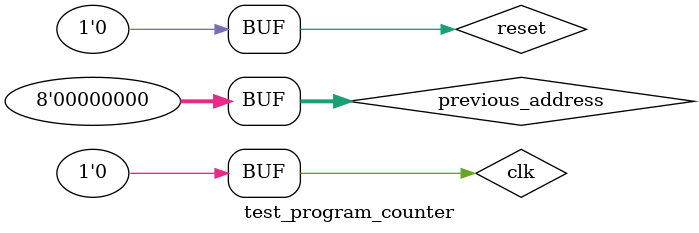
<source format=v>
`timescale 1ns / 1ps


module test_program_counter;

	// Inputs
	reg [7:0] previous_address;
	reg clk;
	reg reset;

	// Outputs
	wire [7:0] instruction_address;

	// Instantiate the Unit Under Test (UUT)
	program_counter uut (
		.previous_address(previous_address), 
		.clk(clk), 
		.reset(reset), 
		.instruction_address(instruction_address)
	);

	initial begin
		// Initialize Inputs
		previous_address = 0;
		clk = 0;
		reset = 0;

		// Wait 100 ns for global reset to finish
		#100;
        
		// Add stimulus here

	end
      
endmodule


</source>
